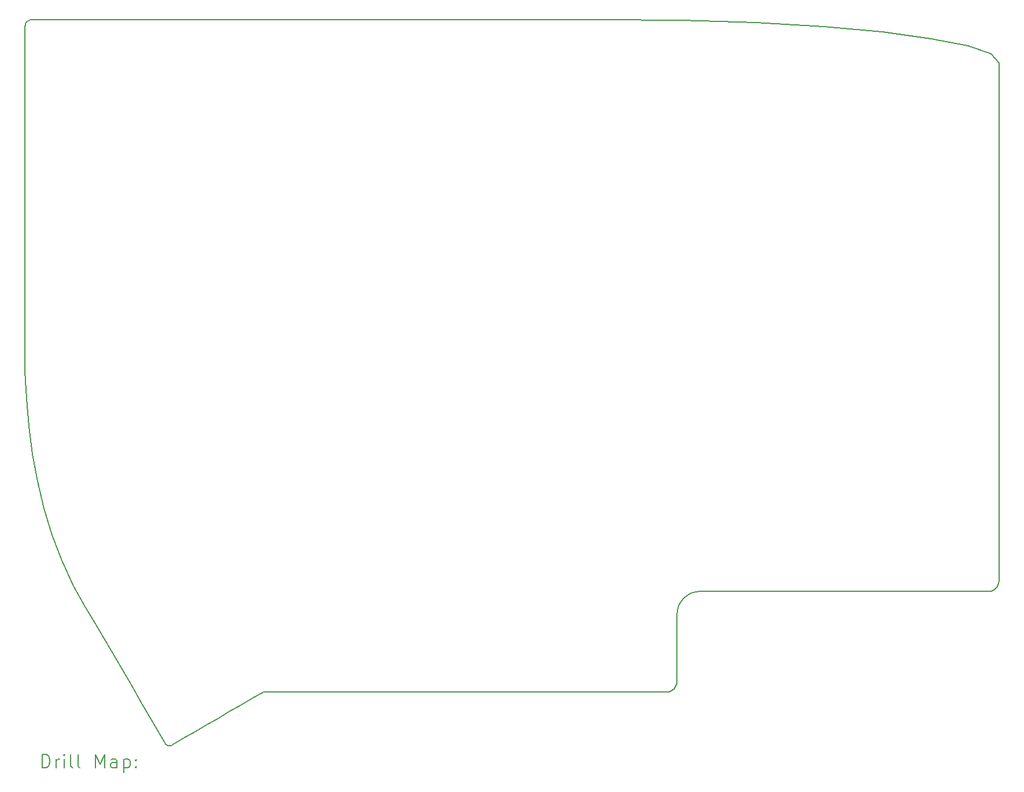
<source format=gbr>
%TF.GenerationSoftware,KiCad,Pcbnew,7.0.10*%
%TF.CreationDate,2024-04-22T20:10:47+02:00*%
%TF.ProjectId,Lily58_Pro_BOTTOM,4c696c79-3538-45f5-9072-6f5f424f5454,rev?*%
%TF.SameCoordinates,Original*%
%TF.FileFunction,Drillmap*%
%TF.FilePolarity,Positive*%
%FSLAX45Y45*%
G04 Gerber Fmt 4.5, Leading zero omitted, Abs format (unit mm)*
G04 Created by KiCad (PCBNEW 7.0.10) date 2024-04-22 20:10:47*
%MOMM*%
%LPD*%
G01*
G04 APERTURE LIST*
%ADD10C,0.200000*%
G04 APERTURE END LIST*
D10*
X11618662Y-13648078D02*
X11786231Y-13551064D01*
X11451092Y-13745092D02*
X11618662Y-13648078D01*
X8293753Y-5075063D02*
X8293753Y-4444370D01*
X8293753Y-5705756D02*
X8293753Y-5075063D01*
X11521171Y-3708676D02*
X10480388Y-3708676D01*
X21869242Y-12078973D02*
X22396000Y-12078973D01*
X21342484Y-12078973D02*
X21869242Y-12078973D01*
X20815726Y-12078973D02*
X21342484Y-12078973D01*
X20288967Y-12078973D02*
X20815726Y-12078973D01*
X19762209Y-12078973D02*
X20288967Y-12078973D01*
X19235451Y-12078973D02*
X19762209Y-12078973D01*
X18708693Y-12078973D02*
X19235451Y-12078973D01*
X18181935Y-12078973D02*
X18708693Y-12078973D01*
X18111352Y-12086078D02*
X18181935Y-12078973D01*
X18045633Y-12106456D02*
X18111352Y-12086078D01*
X17986177Y-12138706D02*
X18045633Y-12106456D01*
X17934388Y-12181427D02*
X17986177Y-12138706D01*
X17891668Y-12233216D02*
X17934388Y-12181427D01*
X17859417Y-12292671D02*
X17891668Y-12233216D01*
X17839039Y-12358391D02*
X17859417Y-12292671D01*
X17831935Y-12428973D02*
X17839039Y-12358391D01*
X19980765Y-3817049D02*
X18991954Y-3758537D01*
X20842076Y-3894556D02*
X19980765Y-3817049D01*
X21552570Y-3988516D02*
X20842076Y-3894556D01*
X22088932Y-4096385D02*
X21552570Y-3988516D01*
X17898956Y-3721565D02*
X16725088Y-3708676D01*
X18991954Y-3758537D02*
X17898956Y-3721565D01*
X17765831Y-13525566D02*
X17740350Y-13539388D01*
X17788026Y-13507257D02*
X17765831Y-13525566D01*
X17806335Y-13485062D02*
X17788026Y-13507257D01*
X17820157Y-13459581D02*
X17806335Y-13485062D01*
X17828890Y-13431415D02*
X17820157Y-13459581D01*
X17831935Y-13401166D02*
X17828890Y-13431415D01*
X22546000Y-5291838D02*
X22546000Y-6240000D01*
X22546000Y-4343676D02*
X22546000Y-5291838D01*
X8293753Y-6967143D02*
X8293753Y-6336449D01*
X8293753Y-7597836D02*
X8293753Y-6967143D01*
X8293753Y-8228530D02*
X8293753Y-7597836D01*
X8293753Y-8859223D02*
X8293753Y-8228530D01*
X10480388Y-3708676D02*
X9439604Y-3708676D01*
X12561954Y-3708676D02*
X11521171Y-3708676D01*
X13602738Y-3708676D02*
X12561954Y-3708676D01*
X14643521Y-3708676D02*
X13602738Y-3708676D01*
X15684305Y-3708676D02*
X14643521Y-3708676D01*
X16725088Y-3708676D02*
X15684305Y-3708676D01*
X8340094Y-3726596D02*
X8357930Y-3716921D01*
X8324557Y-3739412D02*
X8340094Y-3726596D01*
X8311741Y-3754949D02*
X8324557Y-3739412D01*
X8302066Y-3772785D02*
X8311741Y-3754949D01*
X8295952Y-3792501D02*
X8302066Y-3772785D01*
X8293821Y-3813676D02*
X8295952Y-3792501D01*
X8377646Y-3710807D02*
X8398821Y-3708676D01*
X8357930Y-3716921D02*
X8377646Y-3710807D01*
X9439604Y-3708676D02*
X8398821Y-3708676D01*
X8293753Y-6336449D02*
X8293753Y-5705756D01*
X8293753Y-4444370D02*
X8293753Y-3813676D01*
X8829176Y-11631807D02*
X8999333Y-11998954D01*
X8686311Y-11253067D02*
X8829176Y-11631807D01*
X8568800Y-10864913D02*
X8686311Y-11253067D01*
X8474708Y-10469525D02*
X8568800Y-10864913D01*
X8402097Y-10069083D02*
X8474708Y-10469525D01*
X8349030Y-9665766D02*
X8402097Y-10069083D01*
X8313569Y-9261756D02*
X8349030Y-9665766D01*
X8293778Y-8859232D02*
X8313569Y-9261756D01*
X10428886Y-14335728D02*
X10445676Y-14327176D01*
X10413021Y-14340447D02*
X10428886Y-14335728D01*
X10398125Y-14341397D02*
X10413021Y-14340447D01*
X10384247Y-14338644D02*
X10398125Y-14341397D01*
X10371433Y-14332253D02*
X10384247Y-14338644D01*
X10359730Y-14322288D02*
X10371433Y-14332253D01*
X10349184Y-14308815D02*
X10359730Y-14322288D01*
X10339843Y-14291898D02*
X10349184Y-14308815D01*
X11283523Y-13842106D02*
X11451092Y-13745092D01*
X11115954Y-13939120D02*
X11283523Y-13842106D01*
X10948384Y-14036134D02*
X11115954Y-13939120D01*
X10780815Y-14133148D02*
X10948384Y-14036134D01*
X10613245Y-14230162D02*
X10780815Y-14133148D01*
X10445676Y-14327176D02*
X10613245Y-14230162D01*
X10172273Y-14005266D02*
X10339843Y-14291898D01*
X10004704Y-13718634D02*
X10172273Y-14005266D01*
X9837134Y-13432002D02*
X10004704Y-13718634D01*
X9669565Y-13145370D02*
X9837134Y-13432002D01*
X9501995Y-12858738D02*
X9669565Y-13145370D01*
X9334426Y-12572106D02*
X9501995Y-12858738D01*
X9166856Y-12285474D02*
X9334426Y-12572106D01*
X8999287Y-11998842D02*
X9166856Y-12285474D01*
X16944983Y-13551166D02*
X17681935Y-13551166D01*
X16208030Y-13551166D02*
X16944983Y-13551166D01*
X15471078Y-13551166D02*
X16208030Y-13551166D01*
X14734126Y-13551166D02*
X15471078Y-13551166D01*
X13997174Y-13551166D02*
X14734126Y-13551166D01*
X13260222Y-13551166D02*
X13997174Y-13551166D01*
X12523269Y-13551166D02*
X13260222Y-13551166D01*
X11786317Y-13551166D02*
X12523269Y-13551166D01*
X17831935Y-13281601D02*
X17831935Y-13403405D01*
X17831935Y-13159797D02*
X17831935Y-13281601D01*
X17831935Y-13037993D02*
X17831935Y-13159797D01*
X17831935Y-12916189D02*
X17831935Y-13037993D01*
X17831935Y-12794385D02*
X17831935Y-12916189D01*
X17831935Y-12672581D02*
X17831935Y-12794385D01*
X17831935Y-12550777D02*
X17831935Y-12672581D01*
X17831935Y-12428973D02*
X17831935Y-12550777D01*
X17712184Y-13548121D02*
X17681935Y-13551166D01*
X17740350Y-13539388D02*
X17712184Y-13548121D01*
X22427847Y-4215619D02*
X22088932Y-4096385D01*
X22546000Y-4343676D02*
X22427847Y-4215619D01*
X22426249Y-12075929D02*
X22396000Y-12078973D01*
X22454415Y-12067195D02*
X22426249Y-12075929D01*
X22479896Y-12053374D02*
X22454415Y-12067195D01*
X22502091Y-12035065D02*
X22479896Y-12053374D01*
X22520400Y-12012870D02*
X22502091Y-12035065D01*
X22534222Y-11987389D02*
X22520400Y-12012870D01*
X22542955Y-11959223D02*
X22534222Y-11987389D01*
X22546000Y-11928973D02*
X22542955Y-11959223D01*
X22546000Y-10980811D02*
X22546000Y-11928973D01*
X22546000Y-10032649D02*
X22546000Y-10980811D01*
X22546000Y-9084487D02*
X22546000Y-10032649D01*
X22546000Y-8136324D02*
X22546000Y-9084487D01*
X22546000Y-7188162D02*
X22546000Y-8136324D01*
X22546000Y-6240000D02*
X22546000Y-7188162D01*
X8544530Y-14662881D02*
X8544530Y-14462881D01*
X8544530Y-14462881D02*
X8592149Y-14462881D01*
X8592149Y-14462881D02*
X8620720Y-14472405D01*
X8620720Y-14472405D02*
X8639768Y-14491453D01*
X8639768Y-14491453D02*
X8649292Y-14510500D01*
X8649292Y-14510500D02*
X8658815Y-14548595D01*
X8658815Y-14548595D02*
X8658815Y-14577167D01*
X8658815Y-14577167D02*
X8649292Y-14615262D01*
X8649292Y-14615262D02*
X8639768Y-14634310D01*
X8639768Y-14634310D02*
X8620720Y-14653357D01*
X8620720Y-14653357D02*
X8592149Y-14662881D01*
X8592149Y-14662881D02*
X8544530Y-14662881D01*
X8744530Y-14662881D02*
X8744530Y-14529548D01*
X8744530Y-14567643D02*
X8754053Y-14548595D01*
X8754053Y-14548595D02*
X8763577Y-14539072D01*
X8763577Y-14539072D02*
X8782625Y-14529548D01*
X8782625Y-14529548D02*
X8801673Y-14529548D01*
X8868339Y-14662881D02*
X8868339Y-14529548D01*
X8868339Y-14462881D02*
X8858815Y-14472405D01*
X8858815Y-14472405D02*
X8868339Y-14481929D01*
X8868339Y-14481929D02*
X8877863Y-14472405D01*
X8877863Y-14472405D02*
X8868339Y-14462881D01*
X8868339Y-14462881D02*
X8868339Y-14481929D01*
X8992149Y-14662881D02*
X8973101Y-14653357D01*
X8973101Y-14653357D02*
X8963577Y-14634310D01*
X8963577Y-14634310D02*
X8963577Y-14462881D01*
X9096911Y-14662881D02*
X9077863Y-14653357D01*
X9077863Y-14653357D02*
X9068339Y-14634310D01*
X9068339Y-14634310D02*
X9068339Y-14462881D01*
X9325482Y-14662881D02*
X9325482Y-14462881D01*
X9325482Y-14462881D02*
X9392149Y-14605738D01*
X9392149Y-14605738D02*
X9458815Y-14462881D01*
X9458815Y-14462881D02*
X9458815Y-14662881D01*
X9639768Y-14662881D02*
X9639768Y-14558119D01*
X9639768Y-14558119D02*
X9630244Y-14539072D01*
X9630244Y-14539072D02*
X9611196Y-14529548D01*
X9611196Y-14529548D02*
X9573101Y-14529548D01*
X9573101Y-14529548D02*
X9554053Y-14539072D01*
X9639768Y-14653357D02*
X9620720Y-14662881D01*
X9620720Y-14662881D02*
X9573101Y-14662881D01*
X9573101Y-14662881D02*
X9554053Y-14653357D01*
X9554053Y-14653357D02*
X9544530Y-14634310D01*
X9544530Y-14634310D02*
X9544530Y-14615262D01*
X9544530Y-14615262D02*
X9554053Y-14596214D01*
X9554053Y-14596214D02*
X9573101Y-14586691D01*
X9573101Y-14586691D02*
X9620720Y-14586691D01*
X9620720Y-14586691D02*
X9639768Y-14577167D01*
X9735006Y-14529548D02*
X9735006Y-14729548D01*
X9735006Y-14539072D02*
X9754053Y-14529548D01*
X9754053Y-14529548D02*
X9792149Y-14529548D01*
X9792149Y-14529548D02*
X9811196Y-14539072D01*
X9811196Y-14539072D02*
X9820720Y-14548595D01*
X9820720Y-14548595D02*
X9830244Y-14567643D01*
X9830244Y-14567643D02*
X9830244Y-14624786D01*
X9830244Y-14624786D02*
X9820720Y-14643833D01*
X9820720Y-14643833D02*
X9811196Y-14653357D01*
X9811196Y-14653357D02*
X9792149Y-14662881D01*
X9792149Y-14662881D02*
X9754053Y-14662881D01*
X9754053Y-14662881D02*
X9735006Y-14653357D01*
X9915958Y-14643833D02*
X9925482Y-14653357D01*
X9925482Y-14653357D02*
X9915958Y-14662881D01*
X9915958Y-14662881D02*
X9906434Y-14653357D01*
X9906434Y-14653357D02*
X9915958Y-14643833D01*
X9915958Y-14643833D02*
X9915958Y-14662881D01*
X9915958Y-14539072D02*
X9925482Y-14548595D01*
X9925482Y-14548595D02*
X9915958Y-14558119D01*
X9915958Y-14558119D02*
X9906434Y-14548595D01*
X9906434Y-14548595D02*
X9915958Y-14539072D01*
X9915958Y-14539072D02*
X9915958Y-14558119D01*
M02*

</source>
